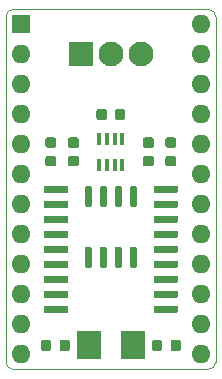
<source format=gbr>
%TF.GenerationSoftware,KiCad,Pcbnew,5.1.5+dfsg1-2~bpo10+1*%
%TF.CreationDate,Date%
%TF.ProjectId,ProMicro_BUS,50726f4d-6963-4726-9f5f-4255532e6b69,v1.2*%
%TF.SameCoordinates,Original*%
%TF.FileFunction,Soldermask,Top*%
%TF.FilePolarity,Negative*%
%FSLAX45Y45*%
G04 Gerber Fmt 4.5, Leading zero omitted, Abs format (unit mm)*
G04 Created by KiCad*
%MOMM*%
%LPD*%
G04 APERTURE LIST*
%ADD10C,0.100000*%
%ADD11O,1.600000X1.600000*%
%ADD12R,1.600000X1.600000*%
%ADD13C,0.150000*%
%ADD14R,2.000000X2.400000*%
%ADD15R,0.400000X1.060000*%
%ADD16C,2.100000*%
%ADD17R,2.100000X2.100000*%
G04 APERTURE END LIST*
D10*
X1651000Y63500D02*
X1651000Y-2857500D01*
X-127000Y-2857500D02*
X-127000Y63500D01*
X-63500Y-2921000D02*
G75*
G02X-127000Y-2857500I0J63500D01*
G01*
X1651000Y-2857500D02*
G75*
G02X1587500Y-2921000I-63500J0D01*
G01*
X1587500Y127000D02*
G75*
G02X1651000Y63500I0J-63500D01*
G01*
X-127000Y63500D02*
G75*
G02X-63500Y127000I63500J0D01*
G01*
X1587500Y-2921000D02*
X-63500Y-2921000D01*
X-63500Y127000D02*
X1587500Y127000D01*
D11*
X1524000Y0D03*
X1524000Y-254000D03*
X1524000Y-508000D03*
X0Y-2794000D03*
X1524000Y-762000D03*
X0Y-2540000D03*
X1524000Y-1016000D03*
X0Y-2286000D03*
X1524000Y-1270000D03*
X0Y-2032000D03*
X1524000Y-1524000D03*
X0Y-1778000D03*
X1524000Y-1778000D03*
X0Y-1524000D03*
X1524000Y-2032000D03*
X0Y-1270000D03*
X1524000Y-2286000D03*
X0Y-1016000D03*
X1524000Y-2540000D03*
X0Y-762000D03*
X1524000Y-2794000D03*
X0Y-508000D03*
X0Y-254000D03*
D12*
X0Y0D03*
D13*
G36*
X587970Y-1369572D02*
G01*
X589426Y-1369788D01*
X590854Y-1370146D01*
X592240Y-1370642D01*
X593571Y-1371271D01*
X594834Y-1372028D01*
X596016Y-1372905D01*
X597107Y-1373893D01*
X598095Y-1374984D01*
X598972Y-1376166D01*
X599729Y-1377429D01*
X600358Y-1378760D01*
X600854Y-1380146D01*
X601212Y-1381574D01*
X601428Y-1383030D01*
X601500Y-1384500D01*
X601500Y-1529500D01*
X601428Y-1530970D01*
X601212Y-1532426D01*
X600854Y-1533854D01*
X600358Y-1535240D01*
X599729Y-1536571D01*
X598972Y-1537834D01*
X598095Y-1539016D01*
X597107Y-1540107D01*
X596016Y-1541095D01*
X594834Y-1541972D01*
X593571Y-1542729D01*
X592240Y-1543358D01*
X590854Y-1543854D01*
X589426Y-1544212D01*
X587970Y-1544428D01*
X586500Y-1544500D01*
X556500Y-1544500D01*
X555030Y-1544428D01*
X553574Y-1544212D01*
X552146Y-1543854D01*
X550760Y-1543358D01*
X549429Y-1542729D01*
X548166Y-1541972D01*
X546984Y-1541095D01*
X545893Y-1540107D01*
X544905Y-1539016D01*
X544028Y-1537834D01*
X543271Y-1536571D01*
X542642Y-1535240D01*
X542146Y-1533854D01*
X541788Y-1532426D01*
X541572Y-1530970D01*
X541500Y-1529500D01*
X541500Y-1384500D01*
X541572Y-1383030D01*
X541788Y-1381574D01*
X542146Y-1380146D01*
X542642Y-1378760D01*
X543271Y-1377429D01*
X544028Y-1376166D01*
X544905Y-1374984D01*
X545893Y-1373893D01*
X546984Y-1372905D01*
X548166Y-1372028D01*
X549429Y-1371271D01*
X550760Y-1370642D01*
X552146Y-1370146D01*
X553574Y-1369788D01*
X555030Y-1369572D01*
X556500Y-1369500D01*
X586500Y-1369500D01*
X587970Y-1369572D01*
G37*
G36*
X714970Y-1369572D02*
G01*
X716426Y-1369788D01*
X717854Y-1370146D01*
X719240Y-1370642D01*
X720571Y-1371271D01*
X721834Y-1372028D01*
X723016Y-1372905D01*
X724107Y-1373893D01*
X725095Y-1374984D01*
X725972Y-1376166D01*
X726729Y-1377429D01*
X727358Y-1378760D01*
X727854Y-1380146D01*
X728212Y-1381574D01*
X728428Y-1383030D01*
X728500Y-1384500D01*
X728500Y-1529500D01*
X728428Y-1530970D01*
X728212Y-1532426D01*
X727854Y-1533854D01*
X727358Y-1535240D01*
X726729Y-1536571D01*
X725972Y-1537834D01*
X725095Y-1539016D01*
X724107Y-1540107D01*
X723016Y-1541095D01*
X721834Y-1541972D01*
X720571Y-1542729D01*
X719240Y-1543358D01*
X717854Y-1543854D01*
X716426Y-1544212D01*
X714970Y-1544428D01*
X713500Y-1544500D01*
X683500Y-1544500D01*
X682030Y-1544428D01*
X680574Y-1544212D01*
X679146Y-1543854D01*
X677760Y-1543358D01*
X676429Y-1542729D01*
X675166Y-1541972D01*
X673984Y-1541095D01*
X672893Y-1540107D01*
X671905Y-1539016D01*
X671028Y-1537834D01*
X670271Y-1536571D01*
X669642Y-1535240D01*
X669146Y-1533854D01*
X668788Y-1532426D01*
X668572Y-1530970D01*
X668500Y-1529500D01*
X668500Y-1384500D01*
X668572Y-1383030D01*
X668788Y-1381574D01*
X669146Y-1380146D01*
X669642Y-1378760D01*
X670271Y-1377429D01*
X671028Y-1376166D01*
X671905Y-1374984D01*
X672893Y-1373893D01*
X673984Y-1372905D01*
X675166Y-1372028D01*
X676429Y-1371271D01*
X677760Y-1370642D01*
X679146Y-1370146D01*
X680574Y-1369788D01*
X682030Y-1369572D01*
X683500Y-1369500D01*
X713500Y-1369500D01*
X714970Y-1369572D01*
G37*
G36*
X841970Y-1369572D02*
G01*
X843426Y-1369788D01*
X844854Y-1370146D01*
X846240Y-1370642D01*
X847571Y-1371271D01*
X848834Y-1372028D01*
X850016Y-1372905D01*
X851107Y-1373893D01*
X852095Y-1374984D01*
X852972Y-1376166D01*
X853729Y-1377429D01*
X854358Y-1378760D01*
X854854Y-1380146D01*
X855212Y-1381574D01*
X855428Y-1383030D01*
X855500Y-1384500D01*
X855500Y-1529500D01*
X855428Y-1530970D01*
X855212Y-1532426D01*
X854854Y-1533854D01*
X854358Y-1535240D01*
X853729Y-1536571D01*
X852972Y-1537834D01*
X852095Y-1539016D01*
X851107Y-1540107D01*
X850016Y-1541095D01*
X848834Y-1541972D01*
X847571Y-1542729D01*
X846240Y-1543358D01*
X844854Y-1543854D01*
X843426Y-1544212D01*
X841970Y-1544428D01*
X840500Y-1544500D01*
X810500Y-1544500D01*
X809030Y-1544428D01*
X807574Y-1544212D01*
X806146Y-1543854D01*
X804760Y-1543358D01*
X803429Y-1542729D01*
X802166Y-1541972D01*
X800984Y-1541095D01*
X799893Y-1540107D01*
X798905Y-1539016D01*
X798028Y-1537834D01*
X797271Y-1536571D01*
X796642Y-1535240D01*
X796146Y-1533854D01*
X795788Y-1532426D01*
X795572Y-1530970D01*
X795500Y-1529500D01*
X795500Y-1384500D01*
X795572Y-1383030D01*
X795788Y-1381574D01*
X796146Y-1380146D01*
X796642Y-1378760D01*
X797271Y-1377429D01*
X798028Y-1376166D01*
X798905Y-1374984D01*
X799893Y-1373893D01*
X800984Y-1372905D01*
X802166Y-1372028D01*
X803429Y-1371271D01*
X804760Y-1370642D01*
X806146Y-1370146D01*
X807574Y-1369788D01*
X809030Y-1369572D01*
X810500Y-1369500D01*
X840500Y-1369500D01*
X841970Y-1369572D01*
G37*
G36*
X968970Y-1369572D02*
G01*
X970426Y-1369788D01*
X971854Y-1370146D01*
X973240Y-1370642D01*
X974571Y-1371271D01*
X975834Y-1372028D01*
X977016Y-1372905D01*
X978107Y-1373893D01*
X979095Y-1374984D01*
X979972Y-1376166D01*
X980729Y-1377429D01*
X981358Y-1378760D01*
X981854Y-1380146D01*
X982212Y-1381574D01*
X982428Y-1383030D01*
X982500Y-1384500D01*
X982500Y-1529500D01*
X982428Y-1530970D01*
X982212Y-1532426D01*
X981854Y-1533854D01*
X981358Y-1535240D01*
X980729Y-1536571D01*
X979972Y-1537834D01*
X979095Y-1539016D01*
X978107Y-1540107D01*
X977016Y-1541095D01*
X975834Y-1541972D01*
X974571Y-1542729D01*
X973240Y-1543358D01*
X971854Y-1543854D01*
X970426Y-1544212D01*
X968970Y-1544428D01*
X967500Y-1544500D01*
X937500Y-1544500D01*
X936030Y-1544428D01*
X934574Y-1544212D01*
X933146Y-1543854D01*
X931760Y-1543358D01*
X930429Y-1542729D01*
X929166Y-1541972D01*
X927984Y-1541095D01*
X926893Y-1540107D01*
X925905Y-1539016D01*
X925028Y-1537834D01*
X924271Y-1536571D01*
X923642Y-1535240D01*
X923146Y-1533854D01*
X922788Y-1532426D01*
X922572Y-1530970D01*
X922500Y-1529500D01*
X922500Y-1384500D01*
X922572Y-1383030D01*
X922788Y-1381574D01*
X923146Y-1380146D01*
X923642Y-1378760D01*
X924271Y-1377429D01*
X925028Y-1376166D01*
X925905Y-1374984D01*
X926893Y-1373893D01*
X927984Y-1372905D01*
X929166Y-1372028D01*
X930429Y-1371271D01*
X931760Y-1370642D01*
X933146Y-1370146D01*
X934574Y-1369788D01*
X936030Y-1369572D01*
X937500Y-1369500D01*
X967500Y-1369500D01*
X968970Y-1369572D01*
G37*
G36*
X968970Y-1884572D02*
G01*
X970426Y-1884788D01*
X971854Y-1885146D01*
X973240Y-1885642D01*
X974571Y-1886271D01*
X975834Y-1887028D01*
X977016Y-1887905D01*
X978107Y-1888893D01*
X979095Y-1889984D01*
X979972Y-1891166D01*
X980729Y-1892429D01*
X981358Y-1893760D01*
X981854Y-1895146D01*
X982212Y-1896574D01*
X982428Y-1898030D01*
X982500Y-1899500D01*
X982500Y-2044500D01*
X982428Y-2045970D01*
X982212Y-2047426D01*
X981854Y-2048854D01*
X981358Y-2050240D01*
X980729Y-2051571D01*
X979972Y-2052834D01*
X979095Y-2054016D01*
X978107Y-2055107D01*
X977016Y-2056095D01*
X975834Y-2056972D01*
X974571Y-2057729D01*
X973240Y-2058358D01*
X971854Y-2058854D01*
X970426Y-2059212D01*
X968970Y-2059428D01*
X967500Y-2059500D01*
X937500Y-2059500D01*
X936030Y-2059428D01*
X934574Y-2059212D01*
X933146Y-2058854D01*
X931760Y-2058358D01*
X930429Y-2057729D01*
X929166Y-2056972D01*
X927984Y-2056095D01*
X926893Y-2055107D01*
X925905Y-2054016D01*
X925028Y-2052834D01*
X924271Y-2051571D01*
X923642Y-2050240D01*
X923146Y-2048854D01*
X922788Y-2047426D01*
X922572Y-2045970D01*
X922500Y-2044500D01*
X922500Y-1899500D01*
X922572Y-1898030D01*
X922788Y-1896574D01*
X923146Y-1895146D01*
X923642Y-1893760D01*
X924271Y-1892429D01*
X925028Y-1891166D01*
X925905Y-1889984D01*
X926893Y-1888893D01*
X927984Y-1887905D01*
X929166Y-1887028D01*
X930429Y-1886271D01*
X931760Y-1885642D01*
X933146Y-1885146D01*
X934574Y-1884788D01*
X936030Y-1884572D01*
X937500Y-1884500D01*
X967500Y-1884500D01*
X968970Y-1884572D01*
G37*
G36*
X841970Y-1884572D02*
G01*
X843426Y-1884788D01*
X844854Y-1885146D01*
X846240Y-1885642D01*
X847571Y-1886271D01*
X848834Y-1887028D01*
X850016Y-1887905D01*
X851107Y-1888893D01*
X852095Y-1889984D01*
X852972Y-1891166D01*
X853729Y-1892429D01*
X854358Y-1893760D01*
X854854Y-1895146D01*
X855212Y-1896574D01*
X855428Y-1898030D01*
X855500Y-1899500D01*
X855500Y-2044500D01*
X855428Y-2045970D01*
X855212Y-2047426D01*
X854854Y-2048854D01*
X854358Y-2050240D01*
X853729Y-2051571D01*
X852972Y-2052834D01*
X852095Y-2054016D01*
X851107Y-2055107D01*
X850016Y-2056095D01*
X848834Y-2056972D01*
X847571Y-2057729D01*
X846240Y-2058358D01*
X844854Y-2058854D01*
X843426Y-2059212D01*
X841970Y-2059428D01*
X840500Y-2059500D01*
X810500Y-2059500D01*
X809030Y-2059428D01*
X807574Y-2059212D01*
X806146Y-2058854D01*
X804760Y-2058358D01*
X803429Y-2057729D01*
X802166Y-2056972D01*
X800984Y-2056095D01*
X799893Y-2055107D01*
X798905Y-2054016D01*
X798028Y-2052834D01*
X797271Y-2051571D01*
X796642Y-2050240D01*
X796146Y-2048854D01*
X795788Y-2047426D01*
X795572Y-2045970D01*
X795500Y-2044500D01*
X795500Y-1899500D01*
X795572Y-1898030D01*
X795788Y-1896574D01*
X796146Y-1895146D01*
X796642Y-1893760D01*
X797271Y-1892429D01*
X798028Y-1891166D01*
X798905Y-1889984D01*
X799893Y-1888893D01*
X800984Y-1887905D01*
X802166Y-1887028D01*
X803429Y-1886271D01*
X804760Y-1885642D01*
X806146Y-1885146D01*
X807574Y-1884788D01*
X809030Y-1884572D01*
X810500Y-1884500D01*
X840500Y-1884500D01*
X841970Y-1884572D01*
G37*
G36*
X714970Y-1884572D02*
G01*
X716426Y-1884788D01*
X717854Y-1885146D01*
X719240Y-1885642D01*
X720571Y-1886271D01*
X721834Y-1887028D01*
X723016Y-1887905D01*
X724107Y-1888893D01*
X725095Y-1889984D01*
X725972Y-1891166D01*
X726729Y-1892429D01*
X727358Y-1893760D01*
X727854Y-1895146D01*
X728212Y-1896574D01*
X728428Y-1898030D01*
X728500Y-1899500D01*
X728500Y-2044500D01*
X728428Y-2045970D01*
X728212Y-2047426D01*
X727854Y-2048854D01*
X727358Y-2050240D01*
X726729Y-2051571D01*
X725972Y-2052834D01*
X725095Y-2054016D01*
X724107Y-2055107D01*
X723016Y-2056095D01*
X721834Y-2056972D01*
X720571Y-2057729D01*
X719240Y-2058358D01*
X717854Y-2058854D01*
X716426Y-2059212D01*
X714970Y-2059428D01*
X713500Y-2059500D01*
X683500Y-2059500D01*
X682030Y-2059428D01*
X680574Y-2059212D01*
X679146Y-2058854D01*
X677760Y-2058358D01*
X676429Y-2057729D01*
X675166Y-2056972D01*
X673984Y-2056095D01*
X672893Y-2055107D01*
X671905Y-2054016D01*
X671028Y-2052834D01*
X670271Y-2051571D01*
X669642Y-2050240D01*
X669146Y-2048854D01*
X668788Y-2047426D01*
X668572Y-2045970D01*
X668500Y-2044500D01*
X668500Y-1899500D01*
X668572Y-1898030D01*
X668788Y-1896574D01*
X669146Y-1895146D01*
X669642Y-1893760D01*
X670271Y-1892429D01*
X671028Y-1891166D01*
X671905Y-1889984D01*
X672893Y-1888893D01*
X673984Y-1887905D01*
X675166Y-1887028D01*
X676429Y-1886271D01*
X677760Y-1885642D01*
X679146Y-1885146D01*
X680574Y-1884788D01*
X682030Y-1884572D01*
X683500Y-1884500D01*
X713500Y-1884500D01*
X714970Y-1884572D01*
G37*
G36*
X587970Y-1884572D02*
G01*
X589426Y-1884788D01*
X590854Y-1885146D01*
X592240Y-1885642D01*
X593571Y-1886271D01*
X594834Y-1887028D01*
X596016Y-1887905D01*
X597107Y-1888893D01*
X598095Y-1889984D01*
X598972Y-1891166D01*
X599729Y-1892429D01*
X600358Y-1893760D01*
X600854Y-1895146D01*
X601212Y-1896574D01*
X601428Y-1898030D01*
X601500Y-1899500D01*
X601500Y-2044500D01*
X601428Y-2045970D01*
X601212Y-2047426D01*
X600854Y-2048854D01*
X600358Y-2050240D01*
X599729Y-2051571D01*
X598972Y-2052834D01*
X598095Y-2054016D01*
X597107Y-2055107D01*
X596016Y-2056095D01*
X594834Y-2056972D01*
X593571Y-2057729D01*
X592240Y-2058358D01*
X590854Y-2058854D01*
X589426Y-2059212D01*
X587970Y-2059428D01*
X586500Y-2059500D01*
X556500Y-2059500D01*
X555030Y-2059428D01*
X553574Y-2059212D01*
X552146Y-2058854D01*
X550760Y-2058358D01*
X549429Y-2057729D01*
X548166Y-2056972D01*
X546984Y-2056095D01*
X545893Y-2055107D01*
X544905Y-2054016D01*
X544028Y-2052834D01*
X543271Y-2051571D01*
X542642Y-2050240D01*
X542146Y-2048854D01*
X541788Y-2047426D01*
X541572Y-2045970D01*
X541500Y-2044500D01*
X541500Y-1899500D01*
X541572Y-1898030D01*
X541788Y-1896574D01*
X542146Y-1895146D01*
X542642Y-1893760D01*
X543271Y-1892429D01*
X544028Y-1891166D01*
X544905Y-1889984D01*
X545893Y-1888893D01*
X546984Y-1887905D01*
X548166Y-1887028D01*
X549429Y-1886271D01*
X550760Y-1885642D01*
X552146Y-1885146D01*
X553574Y-1884788D01*
X555030Y-1884572D01*
X556500Y-1884500D01*
X586500Y-1884500D01*
X587970Y-1884572D01*
G37*
G36*
X1297769Y-957105D02*
G01*
X1299893Y-957420D01*
X1301975Y-957942D01*
X1303996Y-958665D01*
X1305937Y-959583D01*
X1307778Y-960687D01*
X1309502Y-961965D01*
X1311093Y-963407D01*
X1312535Y-964998D01*
X1313813Y-966722D01*
X1314917Y-968563D01*
X1315835Y-970504D01*
X1316558Y-972525D01*
X1317080Y-974607D01*
X1317395Y-976731D01*
X1317500Y-978875D01*
X1317500Y-1022625D01*
X1317395Y-1024769D01*
X1317080Y-1026893D01*
X1316558Y-1028975D01*
X1315835Y-1030996D01*
X1314917Y-1032937D01*
X1313813Y-1034778D01*
X1312535Y-1036502D01*
X1311093Y-1038093D01*
X1309502Y-1039535D01*
X1307778Y-1040813D01*
X1305937Y-1041917D01*
X1303996Y-1042835D01*
X1301975Y-1043558D01*
X1299893Y-1044080D01*
X1297769Y-1044395D01*
X1295625Y-1044500D01*
X1244375Y-1044500D01*
X1242231Y-1044395D01*
X1240107Y-1044080D01*
X1238025Y-1043558D01*
X1236004Y-1042835D01*
X1234063Y-1041917D01*
X1232222Y-1040813D01*
X1230498Y-1039535D01*
X1228907Y-1038093D01*
X1227465Y-1036502D01*
X1226187Y-1034778D01*
X1225083Y-1032937D01*
X1224165Y-1030996D01*
X1223442Y-1028975D01*
X1222920Y-1026893D01*
X1222605Y-1024769D01*
X1222500Y-1022625D01*
X1222500Y-978875D01*
X1222605Y-976731D01*
X1222920Y-974607D01*
X1223442Y-972525D01*
X1224165Y-970504D01*
X1225083Y-968563D01*
X1226187Y-966722D01*
X1227465Y-964998D01*
X1228907Y-963407D01*
X1230498Y-961965D01*
X1232222Y-960687D01*
X1234063Y-959583D01*
X1236004Y-958665D01*
X1238025Y-957942D01*
X1240107Y-957420D01*
X1242231Y-957105D01*
X1244375Y-957000D01*
X1295625Y-957000D01*
X1297769Y-957105D01*
G37*
G36*
X1297769Y-1114605D02*
G01*
X1299893Y-1114920D01*
X1301975Y-1115442D01*
X1303996Y-1116165D01*
X1305937Y-1117083D01*
X1307778Y-1118187D01*
X1309502Y-1119465D01*
X1311093Y-1120907D01*
X1312535Y-1122498D01*
X1313813Y-1124222D01*
X1314917Y-1126063D01*
X1315835Y-1128004D01*
X1316558Y-1130025D01*
X1317080Y-1132107D01*
X1317395Y-1134231D01*
X1317500Y-1136375D01*
X1317500Y-1180125D01*
X1317395Y-1182269D01*
X1317080Y-1184393D01*
X1316558Y-1186475D01*
X1315835Y-1188496D01*
X1314917Y-1190437D01*
X1313813Y-1192278D01*
X1312535Y-1194002D01*
X1311093Y-1195593D01*
X1309502Y-1197035D01*
X1307778Y-1198313D01*
X1305937Y-1199417D01*
X1303996Y-1200335D01*
X1301975Y-1201058D01*
X1299893Y-1201580D01*
X1297769Y-1201895D01*
X1295625Y-1202000D01*
X1244375Y-1202000D01*
X1242231Y-1201895D01*
X1240107Y-1201580D01*
X1238025Y-1201058D01*
X1236004Y-1200335D01*
X1234063Y-1199417D01*
X1232222Y-1198313D01*
X1230498Y-1197035D01*
X1228907Y-1195593D01*
X1227465Y-1194002D01*
X1226187Y-1192278D01*
X1225083Y-1190437D01*
X1224165Y-1188496D01*
X1223442Y-1186475D01*
X1222920Y-1184393D01*
X1222605Y-1182269D01*
X1222500Y-1180125D01*
X1222500Y-1136375D01*
X1222605Y-1134231D01*
X1222920Y-1132107D01*
X1223442Y-1130025D01*
X1224165Y-1128004D01*
X1225083Y-1126063D01*
X1226187Y-1124222D01*
X1227465Y-1122498D01*
X1228907Y-1120907D01*
X1230498Y-1119465D01*
X1232222Y-1118187D01*
X1234063Y-1117083D01*
X1236004Y-1116165D01*
X1238025Y-1115442D01*
X1240107Y-1114920D01*
X1242231Y-1114605D01*
X1244375Y-1114500D01*
X1295625Y-1114500D01*
X1297769Y-1114605D01*
G37*
G36*
X1107269Y-957105D02*
G01*
X1109393Y-957420D01*
X1111475Y-957942D01*
X1113496Y-958665D01*
X1115437Y-959583D01*
X1117278Y-960687D01*
X1119002Y-961965D01*
X1120593Y-963407D01*
X1122035Y-964998D01*
X1123313Y-966722D01*
X1124417Y-968563D01*
X1125335Y-970504D01*
X1126058Y-972525D01*
X1126580Y-974607D01*
X1126895Y-976731D01*
X1127000Y-978875D01*
X1127000Y-1022625D01*
X1126895Y-1024769D01*
X1126580Y-1026893D01*
X1126058Y-1028975D01*
X1125335Y-1030996D01*
X1124417Y-1032937D01*
X1123313Y-1034778D01*
X1122035Y-1036502D01*
X1120593Y-1038093D01*
X1119002Y-1039535D01*
X1117278Y-1040813D01*
X1115437Y-1041917D01*
X1113496Y-1042835D01*
X1111475Y-1043558D01*
X1109393Y-1044080D01*
X1107269Y-1044395D01*
X1105125Y-1044500D01*
X1053875Y-1044500D01*
X1051731Y-1044395D01*
X1049607Y-1044080D01*
X1047525Y-1043558D01*
X1045504Y-1042835D01*
X1043563Y-1041917D01*
X1041722Y-1040813D01*
X1039998Y-1039535D01*
X1038407Y-1038093D01*
X1036965Y-1036502D01*
X1035687Y-1034778D01*
X1034583Y-1032937D01*
X1033665Y-1030996D01*
X1032942Y-1028975D01*
X1032420Y-1026893D01*
X1032105Y-1024769D01*
X1032000Y-1022625D01*
X1032000Y-978875D01*
X1032105Y-976731D01*
X1032420Y-974607D01*
X1032942Y-972525D01*
X1033665Y-970504D01*
X1034583Y-968563D01*
X1035687Y-966722D01*
X1036965Y-964998D01*
X1038407Y-963407D01*
X1039998Y-961965D01*
X1041722Y-960687D01*
X1043563Y-959583D01*
X1045504Y-958665D01*
X1047525Y-957942D01*
X1049607Y-957420D01*
X1051731Y-957105D01*
X1053875Y-957000D01*
X1105125Y-957000D01*
X1107269Y-957105D01*
G37*
G36*
X1107269Y-1114605D02*
G01*
X1109393Y-1114920D01*
X1111475Y-1115442D01*
X1113496Y-1116165D01*
X1115437Y-1117083D01*
X1117278Y-1118187D01*
X1119002Y-1119465D01*
X1120593Y-1120907D01*
X1122035Y-1122498D01*
X1123313Y-1124222D01*
X1124417Y-1126063D01*
X1125335Y-1128004D01*
X1126058Y-1130025D01*
X1126580Y-1132107D01*
X1126895Y-1134231D01*
X1127000Y-1136375D01*
X1127000Y-1180125D01*
X1126895Y-1182269D01*
X1126580Y-1184393D01*
X1126058Y-1186475D01*
X1125335Y-1188496D01*
X1124417Y-1190437D01*
X1123313Y-1192278D01*
X1122035Y-1194002D01*
X1120593Y-1195593D01*
X1119002Y-1197035D01*
X1117278Y-1198313D01*
X1115437Y-1199417D01*
X1113496Y-1200335D01*
X1111475Y-1201058D01*
X1109393Y-1201580D01*
X1107269Y-1201895D01*
X1105125Y-1202000D01*
X1053875Y-1202000D01*
X1051731Y-1201895D01*
X1049607Y-1201580D01*
X1047525Y-1201058D01*
X1045504Y-1200335D01*
X1043563Y-1199417D01*
X1041722Y-1198313D01*
X1039998Y-1197035D01*
X1038407Y-1195593D01*
X1036965Y-1194002D01*
X1035687Y-1192278D01*
X1034583Y-1190437D01*
X1033665Y-1188496D01*
X1032942Y-1186475D01*
X1032420Y-1184393D01*
X1032105Y-1182269D01*
X1032000Y-1180125D01*
X1032000Y-1136375D01*
X1032105Y-1134231D01*
X1032420Y-1132107D01*
X1032942Y-1130025D01*
X1033665Y-1128004D01*
X1034583Y-1126063D01*
X1035687Y-1124222D01*
X1036965Y-1122498D01*
X1038407Y-1120907D01*
X1039998Y-1119465D01*
X1041722Y-1118187D01*
X1043563Y-1117083D01*
X1045504Y-1116165D01*
X1047525Y-1115442D01*
X1049607Y-1114920D01*
X1051731Y-1114605D01*
X1053875Y-1114500D01*
X1105125Y-1114500D01*
X1107269Y-1114605D01*
G37*
G36*
X281769Y-957105D02*
G01*
X283893Y-957420D01*
X285975Y-957942D01*
X287996Y-958665D01*
X289937Y-959583D01*
X291778Y-960687D01*
X293502Y-961965D01*
X295093Y-963407D01*
X296535Y-964998D01*
X297813Y-966722D01*
X298917Y-968563D01*
X299835Y-970504D01*
X300558Y-972525D01*
X301080Y-974607D01*
X301395Y-976731D01*
X301500Y-978875D01*
X301500Y-1022625D01*
X301395Y-1024769D01*
X301080Y-1026893D01*
X300558Y-1028975D01*
X299835Y-1030996D01*
X298917Y-1032937D01*
X297813Y-1034778D01*
X296535Y-1036502D01*
X295093Y-1038093D01*
X293502Y-1039535D01*
X291778Y-1040813D01*
X289937Y-1041917D01*
X287996Y-1042835D01*
X285975Y-1043558D01*
X283893Y-1044080D01*
X281769Y-1044395D01*
X279625Y-1044500D01*
X228375Y-1044500D01*
X226231Y-1044395D01*
X224107Y-1044080D01*
X222025Y-1043558D01*
X220004Y-1042835D01*
X218063Y-1041917D01*
X216222Y-1040813D01*
X214498Y-1039535D01*
X212907Y-1038093D01*
X211465Y-1036502D01*
X210187Y-1034778D01*
X209083Y-1032937D01*
X208165Y-1030996D01*
X207442Y-1028975D01*
X206920Y-1026893D01*
X206605Y-1024769D01*
X206500Y-1022625D01*
X206500Y-978875D01*
X206605Y-976731D01*
X206920Y-974607D01*
X207442Y-972525D01*
X208165Y-970504D01*
X209083Y-968563D01*
X210187Y-966722D01*
X211465Y-964998D01*
X212907Y-963407D01*
X214498Y-961965D01*
X216222Y-960687D01*
X218063Y-959583D01*
X220004Y-958665D01*
X222025Y-957942D01*
X224107Y-957420D01*
X226231Y-957105D01*
X228375Y-957000D01*
X279625Y-957000D01*
X281769Y-957105D01*
G37*
G36*
X281769Y-1114605D02*
G01*
X283893Y-1114920D01*
X285975Y-1115442D01*
X287996Y-1116165D01*
X289937Y-1117083D01*
X291778Y-1118187D01*
X293502Y-1119465D01*
X295093Y-1120907D01*
X296535Y-1122498D01*
X297813Y-1124222D01*
X298917Y-1126063D01*
X299835Y-1128004D01*
X300558Y-1130025D01*
X301080Y-1132107D01*
X301395Y-1134231D01*
X301500Y-1136375D01*
X301500Y-1180125D01*
X301395Y-1182269D01*
X301080Y-1184393D01*
X300558Y-1186475D01*
X299835Y-1188496D01*
X298917Y-1190437D01*
X297813Y-1192278D01*
X296535Y-1194002D01*
X295093Y-1195593D01*
X293502Y-1197035D01*
X291778Y-1198313D01*
X289937Y-1199417D01*
X287996Y-1200335D01*
X285975Y-1201058D01*
X283893Y-1201580D01*
X281769Y-1201895D01*
X279625Y-1202000D01*
X228375Y-1202000D01*
X226231Y-1201895D01*
X224107Y-1201580D01*
X222025Y-1201058D01*
X220004Y-1200335D01*
X218063Y-1199417D01*
X216222Y-1198313D01*
X214498Y-1197035D01*
X212907Y-1195593D01*
X211465Y-1194002D01*
X210187Y-1192278D01*
X209083Y-1190437D01*
X208165Y-1188496D01*
X207442Y-1186475D01*
X206920Y-1184393D01*
X206605Y-1182269D01*
X206500Y-1180125D01*
X206500Y-1136375D01*
X206605Y-1134231D01*
X206920Y-1132107D01*
X207442Y-1130025D01*
X208165Y-1128004D01*
X209083Y-1126063D01*
X210187Y-1124222D01*
X211465Y-1122498D01*
X212907Y-1120907D01*
X214498Y-1119465D01*
X216222Y-1118187D01*
X218063Y-1117083D01*
X220004Y-1116165D01*
X222025Y-1115442D01*
X224107Y-1114920D01*
X226231Y-1114605D01*
X228375Y-1114500D01*
X279625Y-1114500D01*
X281769Y-1114605D01*
G37*
D14*
X947000Y-2717800D03*
X577000Y-2717800D03*
D13*
G36*
X237369Y-2670405D02*
G01*
X239493Y-2670720D01*
X241575Y-2671242D01*
X243596Y-2671965D01*
X245537Y-2672883D01*
X247378Y-2673987D01*
X249102Y-2675265D01*
X250693Y-2676707D01*
X252135Y-2678298D01*
X253413Y-2680022D01*
X254517Y-2681863D01*
X255435Y-2683804D01*
X256158Y-2685825D01*
X256680Y-2687907D01*
X256995Y-2690031D01*
X257100Y-2692175D01*
X257100Y-2743425D01*
X256995Y-2745569D01*
X256680Y-2747693D01*
X256158Y-2749775D01*
X255435Y-2751796D01*
X254517Y-2753737D01*
X253413Y-2755578D01*
X252135Y-2757302D01*
X250693Y-2758893D01*
X249102Y-2760335D01*
X247378Y-2761613D01*
X245537Y-2762717D01*
X243596Y-2763635D01*
X241575Y-2764358D01*
X239493Y-2764880D01*
X237369Y-2765195D01*
X235225Y-2765300D01*
X191475Y-2765300D01*
X189331Y-2765195D01*
X187207Y-2764880D01*
X185125Y-2764358D01*
X183104Y-2763635D01*
X181163Y-2762717D01*
X179322Y-2761613D01*
X177598Y-2760335D01*
X176007Y-2758893D01*
X174565Y-2757302D01*
X173287Y-2755578D01*
X172183Y-2753737D01*
X171265Y-2751796D01*
X170542Y-2749775D01*
X170020Y-2747693D01*
X169705Y-2745569D01*
X169600Y-2743425D01*
X169600Y-2692175D01*
X169705Y-2690031D01*
X170020Y-2687907D01*
X170542Y-2685825D01*
X171265Y-2683804D01*
X172183Y-2681863D01*
X173287Y-2680022D01*
X174565Y-2678298D01*
X176007Y-2676707D01*
X177598Y-2675265D01*
X179322Y-2673987D01*
X181163Y-2672883D01*
X183104Y-2671965D01*
X185125Y-2671242D01*
X187207Y-2670720D01*
X189331Y-2670405D01*
X191475Y-2670300D01*
X235225Y-2670300D01*
X237369Y-2670405D01*
G37*
G36*
X394869Y-2670405D02*
G01*
X396993Y-2670720D01*
X399075Y-2671242D01*
X401096Y-2671965D01*
X403037Y-2672883D01*
X404878Y-2673987D01*
X406602Y-2675265D01*
X408193Y-2676707D01*
X409635Y-2678298D01*
X410913Y-2680022D01*
X412017Y-2681863D01*
X412935Y-2683804D01*
X413658Y-2685825D01*
X414180Y-2687907D01*
X414495Y-2690031D01*
X414600Y-2692175D01*
X414600Y-2743425D01*
X414495Y-2745569D01*
X414180Y-2747693D01*
X413658Y-2749775D01*
X412935Y-2751796D01*
X412017Y-2753737D01*
X410913Y-2755578D01*
X409635Y-2757302D01*
X408193Y-2758893D01*
X406602Y-2760335D01*
X404878Y-2761613D01*
X403037Y-2762717D01*
X401096Y-2763635D01*
X399075Y-2764358D01*
X396993Y-2764880D01*
X394869Y-2765195D01*
X392725Y-2765300D01*
X348975Y-2765300D01*
X346831Y-2765195D01*
X344707Y-2764880D01*
X342625Y-2764358D01*
X340604Y-2763635D01*
X338663Y-2762717D01*
X336822Y-2761613D01*
X335098Y-2760335D01*
X333507Y-2758893D01*
X332065Y-2757302D01*
X330787Y-2755578D01*
X329683Y-2753737D01*
X328765Y-2751796D01*
X328042Y-2749775D01*
X327520Y-2747693D01*
X327205Y-2745569D01*
X327100Y-2743425D01*
X327100Y-2692175D01*
X327205Y-2690031D01*
X327520Y-2687907D01*
X328042Y-2685825D01*
X328765Y-2683804D01*
X329683Y-2681863D01*
X330787Y-2680022D01*
X332065Y-2678298D01*
X333507Y-2676707D01*
X335098Y-2675265D01*
X336822Y-2673987D01*
X338663Y-2672883D01*
X340604Y-2671965D01*
X342625Y-2671242D01*
X344707Y-2670720D01*
X346831Y-2670405D01*
X348975Y-2670300D01*
X392725Y-2670300D01*
X394869Y-2670405D01*
G37*
G36*
X1177169Y-2670405D02*
G01*
X1179293Y-2670720D01*
X1181375Y-2671242D01*
X1183396Y-2671965D01*
X1185337Y-2672883D01*
X1187178Y-2673987D01*
X1188902Y-2675265D01*
X1190493Y-2676707D01*
X1191935Y-2678298D01*
X1193213Y-2680022D01*
X1194317Y-2681863D01*
X1195235Y-2683804D01*
X1195958Y-2685825D01*
X1196480Y-2687907D01*
X1196795Y-2690031D01*
X1196900Y-2692175D01*
X1196900Y-2743425D01*
X1196795Y-2745569D01*
X1196480Y-2747693D01*
X1195958Y-2749775D01*
X1195235Y-2751796D01*
X1194317Y-2753737D01*
X1193213Y-2755578D01*
X1191935Y-2757302D01*
X1190493Y-2758893D01*
X1188902Y-2760335D01*
X1187178Y-2761613D01*
X1185337Y-2762717D01*
X1183396Y-2763635D01*
X1181375Y-2764358D01*
X1179293Y-2764880D01*
X1177169Y-2765195D01*
X1175025Y-2765300D01*
X1131275Y-2765300D01*
X1129131Y-2765195D01*
X1127007Y-2764880D01*
X1124925Y-2764358D01*
X1122904Y-2763635D01*
X1120963Y-2762717D01*
X1119122Y-2761613D01*
X1117398Y-2760335D01*
X1115807Y-2758893D01*
X1114365Y-2757302D01*
X1113087Y-2755578D01*
X1111983Y-2753737D01*
X1111065Y-2751796D01*
X1110342Y-2749775D01*
X1109820Y-2747693D01*
X1109505Y-2745569D01*
X1109400Y-2743425D01*
X1109400Y-2692175D01*
X1109505Y-2690031D01*
X1109820Y-2687907D01*
X1110342Y-2685825D01*
X1111065Y-2683804D01*
X1111983Y-2681863D01*
X1113087Y-2680022D01*
X1114365Y-2678298D01*
X1115807Y-2676707D01*
X1117398Y-2675265D01*
X1119122Y-2673987D01*
X1120963Y-2672883D01*
X1122904Y-2671965D01*
X1124925Y-2671242D01*
X1127007Y-2670720D01*
X1129131Y-2670405D01*
X1131275Y-2670300D01*
X1175025Y-2670300D01*
X1177169Y-2670405D01*
G37*
G36*
X1334669Y-2670405D02*
G01*
X1336793Y-2670720D01*
X1338875Y-2671242D01*
X1340896Y-2671965D01*
X1342837Y-2672883D01*
X1344678Y-2673987D01*
X1346402Y-2675265D01*
X1347993Y-2676707D01*
X1349435Y-2678298D01*
X1350713Y-2680022D01*
X1351817Y-2681863D01*
X1352735Y-2683804D01*
X1353458Y-2685825D01*
X1353980Y-2687907D01*
X1354295Y-2690031D01*
X1354400Y-2692175D01*
X1354400Y-2743425D01*
X1354295Y-2745569D01*
X1353980Y-2747693D01*
X1353458Y-2749775D01*
X1352735Y-2751796D01*
X1351817Y-2753737D01*
X1350713Y-2755578D01*
X1349435Y-2757302D01*
X1347993Y-2758893D01*
X1346402Y-2760335D01*
X1344678Y-2761613D01*
X1342837Y-2762717D01*
X1340896Y-2763635D01*
X1338875Y-2764358D01*
X1336793Y-2764880D01*
X1334669Y-2765195D01*
X1332525Y-2765300D01*
X1288775Y-2765300D01*
X1286631Y-2765195D01*
X1284507Y-2764880D01*
X1282425Y-2764358D01*
X1280404Y-2763635D01*
X1278463Y-2762717D01*
X1276622Y-2761613D01*
X1274898Y-2760335D01*
X1273307Y-2758893D01*
X1271865Y-2757302D01*
X1270587Y-2755578D01*
X1269483Y-2753737D01*
X1268565Y-2751796D01*
X1267842Y-2749775D01*
X1267320Y-2747693D01*
X1267005Y-2745569D01*
X1266900Y-2743425D01*
X1266900Y-2692175D01*
X1267005Y-2690031D01*
X1267320Y-2687907D01*
X1267842Y-2685825D01*
X1268565Y-2683804D01*
X1269483Y-2681863D01*
X1270587Y-2680022D01*
X1271865Y-2678298D01*
X1273307Y-2676707D01*
X1274898Y-2675265D01*
X1276622Y-2673987D01*
X1278463Y-2672883D01*
X1280404Y-2671965D01*
X1282425Y-2671242D01*
X1284507Y-2670720D01*
X1286631Y-2670405D01*
X1288775Y-2670300D01*
X1332525Y-2670300D01*
X1334669Y-2670405D01*
G37*
D15*
X664000Y-969500D03*
X729000Y-969500D03*
X795000Y-969500D03*
X860000Y-969500D03*
X860000Y-1189500D03*
X795000Y-1189500D03*
X729000Y-1189500D03*
X664000Y-1189500D03*
D13*
G36*
X1315970Y-1367072D02*
G01*
X1317426Y-1367288D01*
X1318854Y-1367646D01*
X1320240Y-1368142D01*
X1321571Y-1368771D01*
X1322834Y-1369528D01*
X1324016Y-1370405D01*
X1325107Y-1371393D01*
X1326095Y-1372484D01*
X1326972Y-1373666D01*
X1327729Y-1374929D01*
X1328358Y-1376260D01*
X1328854Y-1377646D01*
X1329212Y-1379074D01*
X1329428Y-1380530D01*
X1329500Y-1382000D01*
X1329500Y-1412000D01*
X1329428Y-1413470D01*
X1329212Y-1414926D01*
X1328854Y-1416354D01*
X1328358Y-1417740D01*
X1327729Y-1419071D01*
X1326972Y-1420334D01*
X1326095Y-1421516D01*
X1325107Y-1422607D01*
X1324016Y-1423595D01*
X1322834Y-1424472D01*
X1321571Y-1425229D01*
X1320240Y-1425858D01*
X1318854Y-1426354D01*
X1317426Y-1426712D01*
X1315970Y-1426928D01*
X1314500Y-1427000D01*
X1139500Y-1427000D01*
X1138030Y-1426928D01*
X1136574Y-1426712D01*
X1135146Y-1426354D01*
X1133760Y-1425858D01*
X1132429Y-1425229D01*
X1131166Y-1424472D01*
X1129984Y-1423595D01*
X1128893Y-1422607D01*
X1127905Y-1421516D01*
X1127028Y-1420334D01*
X1126271Y-1419071D01*
X1125642Y-1417740D01*
X1125146Y-1416354D01*
X1124788Y-1414926D01*
X1124572Y-1413470D01*
X1124500Y-1412000D01*
X1124500Y-1382000D01*
X1124572Y-1380530D01*
X1124788Y-1379074D01*
X1125146Y-1377646D01*
X1125642Y-1376260D01*
X1126271Y-1374929D01*
X1127028Y-1373666D01*
X1127905Y-1372484D01*
X1128893Y-1371393D01*
X1129984Y-1370405D01*
X1131166Y-1369528D01*
X1132429Y-1368771D01*
X1133760Y-1368142D01*
X1135146Y-1367646D01*
X1136574Y-1367288D01*
X1138030Y-1367072D01*
X1139500Y-1367000D01*
X1314500Y-1367000D01*
X1315970Y-1367072D01*
G37*
G36*
X1315970Y-1494072D02*
G01*
X1317426Y-1494288D01*
X1318854Y-1494646D01*
X1320240Y-1495142D01*
X1321571Y-1495771D01*
X1322834Y-1496528D01*
X1324016Y-1497405D01*
X1325107Y-1498393D01*
X1326095Y-1499484D01*
X1326972Y-1500666D01*
X1327729Y-1501929D01*
X1328358Y-1503260D01*
X1328854Y-1504646D01*
X1329212Y-1506074D01*
X1329428Y-1507530D01*
X1329500Y-1509000D01*
X1329500Y-1539000D01*
X1329428Y-1540470D01*
X1329212Y-1541926D01*
X1328854Y-1543354D01*
X1328358Y-1544740D01*
X1327729Y-1546071D01*
X1326972Y-1547334D01*
X1326095Y-1548516D01*
X1325107Y-1549607D01*
X1324016Y-1550595D01*
X1322834Y-1551472D01*
X1321571Y-1552229D01*
X1320240Y-1552858D01*
X1318854Y-1553354D01*
X1317426Y-1553712D01*
X1315970Y-1553928D01*
X1314500Y-1554000D01*
X1139500Y-1554000D01*
X1138030Y-1553928D01*
X1136574Y-1553712D01*
X1135146Y-1553354D01*
X1133760Y-1552858D01*
X1132429Y-1552229D01*
X1131166Y-1551472D01*
X1129984Y-1550595D01*
X1128893Y-1549607D01*
X1127905Y-1548516D01*
X1127028Y-1547334D01*
X1126271Y-1546071D01*
X1125642Y-1544740D01*
X1125146Y-1543354D01*
X1124788Y-1541926D01*
X1124572Y-1540470D01*
X1124500Y-1539000D01*
X1124500Y-1509000D01*
X1124572Y-1507530D01*
X1124788Y-1506074D01*
X1125146Y-1504646D01*
X1125642Y-1503260D01*
X1126271Y-1501929D01*
X1127028Y-1500666D01*
X1127905Y-1499484D01*
X1128893Y-1498393D01*
X1129984Y-1497405D01*
X1131166Y-1496528D01*
X1132429Y-1495771D01*
X1133760Y-1495142D01*
X1135146Y-1494646D01*
X1136574Y-1494288D01*
X1138030Y-1494072D01*
X1139500Y-1494000D01*
X1314500Y-1494000D01*
X1315970Y-1494072D01*
G37*
G36*
X1315970Y-1621072D02*
G01*
X1317426Y-1621288D01*
X1318854Y-1621646D01*
X1320240Y-1622142D01*
X1321571Y-1622771D01*
X1322834Y-1623528D01*
X1324016Y-1624405D01*
X1325107Y-1625393D01*
X1326095Y-1626484D01*
X1326972Y-1627666D01*
X1327729Y-1628929D01*
X1328358Y-1630260D01*
X1328854Y-1631646D01*
X1329212Y-1633074D01*
X1329428Y-1634530D01*
X1329500Y-1636000D01*
X1329500Y-1666000D01*
X1329428Y-1667470D01*
X1329212Y-1668926D01*
X1328854Y-1670354D01*
X1328358Y-1671740D01*
X1327729Y-1673071D01*
X1326972Y-1674334D01*
X1326095Y-1675516D01*
X1325107Y-1676607D01*
X1324016Y-1677595D01*
X1322834Y-1678472D01*
X1321571Y-1679229D01*
X1320240Y-1679858D01*
X1318854Y-1680354D01*
X1317426Y-1680712D01*
X1315970Y-1680928D01*
X1314500Y-1681000D01*
X1139500Y-1681000D01*
X1138030Y-1680928D01*
X1136574Y-1680712D01*
X1135146Y-1680354D01*
X1133760Y-1679858D01*
X1132429Y-1679229D01*
X1131166Y-1678472D01*
X1129984Y-1677595D01*
X1128893Y-1676607D01*
X1127905Y-1675516D01*
X1127028Y-1674334D01*
X1126271Y-1673071D01*
X1125642Y-1671740D01*
X1125146Y-1670354D01*
X1124788Y-1668926D01*
X1124572Y-1667470D01*
X1124500Y-1666000D01*
X1124500Y-1636000D01*
X1124572Y-1634530D01*
X1124788Y-1633074D01*
X1125146Y-1631646D01*
X1125642Y-1630260D01*
X1126271Y-1628929D01*
X1127028Y-1627666D01*
X1127905Y-1626484D01*
X1128893Y-1625393D01*
X1129984Y-1624405D01*
X1131166Y-1623528D01*
X1132429Y-1622771D01*
X1133760Y-1622142D01*
X1135146Y-1621646D01*
X1136574Y-1621288D01*
X1138030Y-1621072D01*
X1139500Y-1621000D01*
X1314500Y-1621000D01*
X1315970Y-1621072D01*
G37*
G36*
X1315970Y-1748072D02*
G01*
X1317426Y-1748288D01*
X1318854Y-1748646D01*
X1320240Y-1749142D01*
X1321571Y-1749771D01*
X1322834Y-1750528D01*
X1324016Y-1751405D01*
X1325107Y-1752393D01*
X1326095Y-1753484D01*
X1326972Y-1754666D01*
X1327729Y-1755929D01*
X1328358Y-1757260D01*
X1328854Y-1758646D01*
X1329212Y-1760074D01*
X1329428Y-1761530D01*
X1329500Y-1763000D01*
X1329500Y-1793000D01*
X1329428Y-1794470D01*
X1329212Y-1795926D01*
X1328854Y-1797354D01*
X1328358Y-1798740D01*
X1327729Y-1800071D01*
X1326972Y-1801334D01*
X1326095Y-1802516D01*
X1325107Y-1803607D01*
X1324016Y-1804595D01*
X1322834Y-1805472D01*
X1321571Y-1806229D01*
X1320240Y-1806858D01*
X1318854Y-1807354D01*
X1317426Y-1807712D01*
X1315970Y-1807928D01*
X1314500Y-1808000D01*
X1139500Y-1808000D01*
X1138030Y-1807928D01*
X1136574Y-1807712D01*
X1135146Y-1807354D01*
X1133760Y-1806858D01*
X1132429Y-1806229D01*
X1131166Y-1805472D01*
X1129984Y-1804595D01*
X1128893Y-1803607D01*
X1127905Y-1802516D01*
X1127028Y-1801334D01*
X1126271Y-1800071D01*
X1125642Y-1798740D01*
X1125146Y-1797354D01*
X1124788Y-1795926D01*
X1124572Y-1794470D01*
X1124500Y-1793000D01*
X1124500Y-1763000D01*
X1124572Y-1761530D01*
X1124788Y-1760074D01*
X1125146Y-1758646D01*
X1125642Y-1757260D01*
X1126271Y-1755929D01*
X1127028Y-1754666D01*
X1127905Y-1753484D01*
X1128893Y-1752393D01*
X1129984Y-1751405D01*
X1131166Y-1750528D01*
X1132429Y-1749771D01*
X1133760Y-1749142D01*
X1135146Y-1748646D01*
X1136574Y-1748288D01*
X1138030Y-1748072D01*
X1139500Y-1748000D01*
X1314500Y-1748000D01*
X1315970Y-1748072D01*
G37*
G36*
X1315970Y-1875072D02*
G01*
X1317426Y-1875288D01*
X1318854Y-1875646D01*
X1320240Y-1876142D01*
X1321571Y-1876771D01*
X1322834Y-1877528D01*
X1324016Y-1878405D01*
X1325107Y-1879393D01*
X1326095Y-1880484D01*
X1326972Y-1881666D01*
X1327729Y-1882929D01*
X1328358Y-1884260D01*
X1328854Y-1885646D01*
X1329212Y-1887074D01*
X1329428Y-1888530D01*
X1329500Y-1890000D01*
X1329500Y-1920000D01*
X1329428Y-1921470D01*
X1329212Y-1922926D01*
X1328854Y-1924354D01*
X1328358Y-1925740D01*
X1327729Y-1927071D01*
X1326972Y-1928334D01*
X1326095Y-1929516D01*
X1325107Y-1930607D01*
X1324016Y-1931595D01*
X1322834Y-1932472D01*
X1321571Y-1933229D01*
X1320240Y-1933858D01*
X1318854Y-1934354D01*
X1317426Y-1934712D01*
X1315970Y-1934928D01*
X1314500Y-1935000D01*
X1139500Y-1935000D01*
X1138030Y-1934928D01*
X1136574Y-1934712D01*
X1135146Y-1934354D01*
X1133760Y-1933858D01*
X1132429Y-1933229D01*
X1131166Y-1932472D01*
X1129984Y-1931595D01*
X1128893Y-1930607D01*
X1127905Y-1929516D01*
X1127028Y-1928334D01*
X1126271Y-1927071D01*
X1125642Y-1925740D01*
X1125146Y-1924354D01*
X1124788Y-1922926D01*
X1124572Y-1921470D01*
X1124500Y-1920000D01*
X1124500Y-1890000D01*
X1124572Y-1888530D01*
X1124788Y-1887074D01*
X1125146Y-1885646D01*
X1125642Y-1884260D01*
X1126271Y-1882929D01*
X1127028Y-1881666D01*
X1127905Y-1880484D01*
X1128893Y-1879393D01*
X1129984Y-1878405D01*
X1131166Y-1877528D01*
X1132429Y-1876771D01*
X1133760Y-1876142D01*
X1135146Y-1875646D01*
X1136574Y-1875288D01*
X1138030Y-1875072D01*
X1139500Y-1875000D01*
X1314500Y-1875000D01*
X1315970Y-1875072D01*
G37*
G36*
X1315970Y-2002072D02*
G01*
X1317426Y-2002288D01*
X1318854Y-2002646D01*
X1320240Y-2003142D01*
X1321571Y-2003771D01*
X1322834Y-2004528D01*
X1324016Y-2005405D01*
X1325107Y-2006393D01*
X1326095Y-2007484D01*
X1326972Y-2008666D01*
X1327729Y-2009929D01*
X1328358Y-2011260D01*
X1328854Y-2012646D01*
X1329212Y-2014074D01*
X1329428Y-2015530D01*
X1329500Y-2017000D01*
X1329500Y-2047000D01*
X1329428Y-2048470D01*
X1329212Y-2049926D01*
X1328854Y-2051354D01*
X1328358Y-2052740D01*
X1327729Y-2054071D01*
X1326972Y-2055334D01*
X1326095Y-2056516D01*
X1325107Y-2057607D01*
X1324016Y-2058595D01*
X1322834Y-2059472D01*
X1321571Y-2060229D01*
X1320240Y-2060858D01*
X1318854Y-2061354D01*
X1317426Y-2061712D01*
X1315970Y-2061928D01*
X1314500Y-2062000D01*
X1139500Y-2062000D01*
X1138030Y-2061928D01*
X1136574Y-2061712D01*
X1135146Y-2061354D01*
X1133760Y-2060858D01*
X1132429Y-2060229D01*
X1131166Y-2059472D01*
X1129984Y-2058595D01*
X1128893Y-2057607D01*
X1127905Y-2056516D01*
X1127028Y-2055334D01*
X1126271Y-2054071D01*
X1125642Y-2052740D01*
X1125146Y-2051354D01*
X1124788Y-2049926D01*
X1124572Y-2048470D01*
X1124500Y-2047000D01*
X1124500Y-2017000D01*
X1124572Y-2015530D01*
X1124788Y-2014074D01*
X1125146Y-2012646D01*
X1125642Y-2011260D01*
X1126271Y-2009929D01*
X1127028Y-2008666D01*
X1127905Y-2007484D01*
X1128893Y-2006393D01*
X1129984Y-2005405D01*
X1131166Y-2004528D01*
X1132429Y-2003771D01*
X1133760Y-2003142D01*
X1135146Y-2002646D01*
X1136574Y-2002288D01*
X1138030Y-2002072D01*
X1139500Y-2002000D01*
X1314500Y-2002000D01*
X1315970Y-2002072D01*
G37*
G36*
X1315970Y-2129072D02*
G01*
X1317426Y-2129288D01*
X1318854Y-2129646D01*
X1320240Y-2130142D01*
X1321571Y-2130771D01*
X1322834Y-2131528D01*
X1324016Y-2132405D01*
X1325107Y-2133393D01*
X1326095Y-2134484D01*
X1326972Y-2135666D01*
X1327729Y-2136929D01*
X1328358Y-2138260D01*
X1328854Y-2139646D01*
X1329212Y-2141074D01*
X1329428Y-2142530D01*
X1329500Y-2144000D01*
X1329500Y-2174000D01*
X1329428Y-2175470D01*
X1329212Y-2176926D01*
X1328854Y-2178354D01*
X1328358Y-2179740D01*
X1327729Y-2181071D01*
X1326972Y-2182334D01*
X1326095Y-2183516D01*
X1325107Y-2184607D01*
X1324016Y-2185595D01*
X1322834Y-2186472D01*
X1321571Y-2187229D01*
X1320240Y-2187858D01*
X1318854Y-2188354D01*
X1317426Y-2188712D01*
X1315970Y-2188928D01*
X1314500Y-2189000D01*
X1139500Y-2189000D01*
X1138030Y-2188928D01*
X1136574Y-2188712D01*
X1135146Y-2188354D01*
X1133760Y-2187858D01*
X1132429Y-2187229D01*
X1131166Y-2186472D01*
X1129984Y-2185595D01*
X1128893Y-2184607D01*
X1127905Y-2183516D01*
X1127028Y-2182334D01*
X1126271Y-2181071D01*
X1125642Y-2179740D01*
X1125146Y-2178354D01*
X1124788Y-2176926D01*
X1124572Y-2175470D01*
X1124500Y-2174000D01*
X1124500Y-2144000D01*
X1124572Y-2142530D01*
X1124788Y-2141074D01*
X1125146Y-2139646D01*
X1125642Y-2138260D01*
X1126271Y-2136929D01*
X1127028Y-2135666D01*
X1127905Y-2134484D01*
X1128893Y-2133393D01*
X1129984Y-2132405D01*
X1131166Y-2131528D01*
X1132429Y-2130771D01*
X1133760Y-2130142D01*
X1135146Y-2129646D01*
X1136574Y-2129288D01*
X1138030Y-2129072D01*
X1139500Y-2129000D01*
X1314500Y-2129000D01*
X1315970Y-2129072D01*
G37*
G36*
X1315970Y-2256072D02*
G01*
X1317426Y-2256288D01*
X1318854Y-2256646D01*
X1320240Y-2257142D01*
X1321571Y-2257771D01*
X1322834Y-2258528D01*
X1324016Y-2259405D01*
X1325107Y-2260393D01*
X1326095Y-2261484D01*
X1326972Y-2262666D01*
X1327729Y-2263929D01*
X1328358Y-2265260D01*
X1328854Y-2266646D01*
X1329212Y-2268074D01*
X1329428Y-2269530D01*
X1329500Y-2271000D01*
X1329500Y-2301000D01*
X1329428Y-2302470D01*
X1329212Y-2303926D01*
X1328854Y-2305354D01*
X1328358Y-2306740D01*
X1327729Y-2308071D01*
X1326972Y-2309334D01*
X1326095Y-2310516D01*
X1325107Y-2311607D01*
X1324016Y-2312595D01*
X1322834Y-2313472D01*
X1321571Y-2314229D01*
X1320240Y-2314858D01*
X1318854Y-2315354D01*
X1317426Y-2315712D01*
X1315970Y-2315928D01*
X1314500Y-2316000D01*
X1139500Y-2316000D01*
X1138030Y-2315928D01*
X1136574Y-2315712D01*
X1135146Y-2315354D01*
X1133760Y-2314858D01*
X1132429Y-2314229D01*
X1131166Y-2313472D01*
X1129984Y-2312595D01*
X1128893Y-2311607D01*
X1127905Y-2310516D01*
X1127028Y-2309334D01*
X1126271Y-2308071D01*
X1125642Y-2306740D01*
X1125146Y-2305354D01*
X1124788Y-2303926D01*
X1124572Y-2302470D01*
X1124500Y-2301000D01*
X1124500Y-2271000D01*
X1124572Y-2269530D01*
X1124788Y-2268074D01*
X1125146Y-2266646D01*
X1125642Y-2265260D01*
X1126271Y-2263929D01*
X1127028Y-2262666D01*
X1127905Y-2261484D01*
X1128893Y-2260393D01*
X1129984Y-2259405D01*
X1131166Y-2258528D01*
X1132429Y-2257771D01*
X1133760Y-2257142D01*
X1135146Y-2256646D01*
X1136574Y-2256288D01*
X1138030Y-2256072D01*
X1139500Y-2256000D01*
X1314500Y-2256000D01*
X1315970Y-2256072D01*
G37*
G36*
X1315970Y-2383072D02*
G01*
X1317426Y-2383288D01*
X1318854Y-2383646D01*
X1320240Y-2384142D01*
X1321571Y-2384771D01*
X1322834Y-2385528D01*
X1324016Y-2386405D01*
X1325107Y-2387393D01*
X1326095Y-2388484D01*
X1326972Y-2389666D01*
X1327729Y-2390929D01*
X1328358Y-2392260D01*
X1328854Y-2393646D01*
X1329212Y-2395074D01*
X1329428Y-2396530D01*
X1329500Y-2398000D01*
X1329500Y-2428000D01*
X1329428Y-2429470D01*
X1329212Y-2430926D01*
X1328854Y-2432354D01*
X1328358Y-2433740D01*
X1327729Y-2435071D01*
X1326972Y-2436334D01*
X1326095Y-2437516D01*
X1325107Y-2438607D01*
X1324016Y-2439595D01*
X1322834Y-2440472D01*
X1321571Y-2441229D01*
X1320240Y-2441858D01*
X1318854Y-2442354D01*
X1317426Y-2442712D01*
X1315970Y-2442928D01*
X1314500Y-2443000D01*
X1139500Y-2443000D01*
X1138030Y-2442928D01*
X1136574Y-2442712D01*
X1135146Y-2442354D01*
X1133760Y-2441858D01*
X1132429Y-2441229D01*
X1131166Y-2440472D01*
X1129984Y-2439595D01*
X1128893Y-2438607D01*
X1127905Y-2437516D01*
X1127028Y-2436334D01*
X1126271Y-2435071D01*
X1125642Y-2433740D01*
X1125146Y-2432354D01*
X1124788Y-2430926D01*
X1124572Y-2429470D01*
X1124500Y-2428000D01*
X1124500Y-2398000D01*
X1124572Y-2396530D01*
X1124788Y-2395074D01*
X1125146Y-2393646D01*
X1125642Y-2392260D01*
X1126271Y-2390929D01*
X1127028Y-2389666D01*
X1127905Y-2388484D01*
X1128893Y-2387393D01*
X1129984Y-2386405D01*
X1131166Y-2385528D01*
X1132429Y-2384771D01*
X1133760Y-2384142D01*
X1135146Y-2383646D01*
X1136574Y-2383288D01*
X1138030Y-2383072D01*
X1139500Y-2383000D01*
X1314500Y-2383000D01*
X1315970Y-2383072D01*
G37*
G36*
X385970Y-2383072D02*
G01*
X387426Y-2383288D01*
X388854Y-2383646D01*
X390240Y-2384142D01*
X391571Y-2384771D01*
X392834Y-2385528D01*
X394016Y-2386405D01*
X395107Y-2387393D01*
X396095Y-2388484D01*
X396972Y-2389666D01*
X397729Y-2390929D01*
X398358Y-2392260D01*
X398854Y-2393646D01*
X399212Y-2395074D01*
X399428Y-2396530D01*
X399500Y-2398000D01*
X399500Y-2428000D01*
X399428Y-2429470D01*
X399212Y-2430926D01*
X398854Y-2432354D01*
X398358Y-2433740D01*
X397729Y-2435071D01*
X396972Y-2436334D01*
X396095Y-2437516D01*
X395107Y-2438607D01*
X394016Y-2439595D01*
X392834Y-2440472D01*
X391571Y-2441229D01*
X390240Y-2441858D01*
X388854Y-2442354D01*
X387426Y-2442712D01*
X385970Y-2442928D01*
X384500Y-2443000D01*
X209500Y-2443000D01*
X208030Y-2442928D01*
X206574Y-2442712D01*
X205146Y-2442354D01*
X203760Y-2441858D01*
X202429Y-2441229D01*
X201166Y-2440472D01*
X199984Y-2439595D01*
X198893Y-2438607D01*
X197905Y-2437516D01*
X197028Y-2436334D01*
X196271Y-2435071D01*
X195642Y-2433740D01*
X195146Y-2432354D01*
X194788Y-2430926D01*
X194572Y-2429470D01*
X194500Y-2428000D01*
X194500Y-2398000D01*
X194572Y-2396530D01*
X194788Y-2395074D01*
X195146Y-2393646D01*
X195642Y-2392260D01*
X196271Y-2390929D01*
X197028Y-2389666D01*
X197905Y-2388484D01*
X198893Y-2387393D01*
X199984Y-2386405D01*
X201166Y-2385528D01*
X202429Y-2384771D01*
X203760Y-2384142D01*
X205146Y-2383646D01*
X206574Y-2383288D01*
X208030Y-2383072D01*
X209500Y-2383000D01*
X384500Y-2383000D01*
X385970Y-2383072D01*
G37*
G36*
X385970Y-2256072D02*
G01*
X387426Y-2256288D01*
X388854Y-2256646D01*
X390240Y-2257142D01*
X391571Y-2257771D01*
X392834Y-2258528D01*
X394016Y-2259405D01*
X395107Y-2260393D01*
X396095Y-2261484D01*
X396972Y-2262666D01*
X397729Y-2263929D01*
X398358Y-2265260D01*
X398854Y-2266646D01*
X399212Y-2268074D01*
X399428Y-2269530D01*
X399500Y-2271000D01*
X399500Y-2301000D01*
X399428Y-2302470D01*
X399212Y-2303926D01*
X398854Y-2305354D01*
X398358Y-2306740D01*
X397729Y-2308071D01*
X396972Y-2309334D01*
X396095Y-2310516D01*
X395107Y-2311607D01*
X394016Y-2312595D01*
X392834Y-2313472D01*
X391571Y-2314229D01*
X390240Y-2314858D01*
X388854Y-2315354D01*
X387426Y-2315712D01*
X385970Y-2315928D01*
X384500Y-2316000D01*
X209500Y-2316000D01*
X208030Y-2315928D01*
X206574Y-2315712D01*
X205146Y-2315354D01*
X203760Y-2314858D01*
X202429Y-2314229D01*
X201166Y-2313472D01*
X199984Y-2312595D01*
X198893Y-2311607D01*
X197905Y-2310516D01*
X197028Y-2309334D01*
X196271Y-2308071D01*
X195642Y-2306740D01*
X195146Y-2305354D01*
X194788Y-2303926D01*
X194572Y-2302470D01*
X194500Y-2301000D01*
X194500Y-2271000D01*
X194572Y-2269530D01*
X194788Y-2268074D01*
X195146Y-2266646D01*
X195642Y-2265260D01*
X196271Y-2263929D01*
X197028Y-2262666D01*
X197905Y-2261484D01*
X198893Y-2260393D01*
X199984Y-2259405D01*
X201166Y-2258528D01*
X202429Y-2257771D01*
X203760Y-2257142D01*
X205146Y-2256646D01*
X206574Y-2256288D01*
X208030Y-2256072D01*
X209500Y-2256000D01*
X384500Y-2256000D01*
X385970Y-2256072D01*
G37*
G36*
X385970Y-2129072D02*
G01*
X387426Y-2129288D01*
X388854Y-2129646D01*
X390240Y-2130142D01*
X391571Y-2130771D01*
X392834Y-2131528D01*
X394016Y-2132405D01*
X395107Y-2133393D01*
X396095Y-2134484D01*
X396972Y-2135666D01*
X397729Y-2136929D01*
X398358Y-2138260D01*
X398854Y-2139646D01*
X399212Y-2141074D01*
X399428Y-2142530D01*
X399500Y-2144000D01*
X399500Y-2174000D01*
X399428Y-2175470D01*
X399212Y-2176926D01*
X398854Y-2178354D01*
X398358Y-2179740D01*
X397729Y-2181071D01*
X396972Y-2182334D01*
X396095Y-2183516D01*
X395107Y-2184607D01*
X394016Y-2185595D01*
X392834Y-2186472D01*
X391571Y-2187229D01*
X390240Y-2187858D01*
X388854Y-2188354D01*
X387426Y-2188712D01*
X385970Y-2188928D01*
X384500Y-2189000D01*
X209500Y-2189000D01*
X208030Y-2188928D01*
X206574Y-2188712D01*
X205146Y-2188354D01*
X203760Y-2187858D01*
X202429Y-2187229D01*
X201166Y-2186472D01*
X199984Y-2185595D01*
X198893Y-2184607D01*
X197905Y-2183516D01*
X197028Y-2182334D01*
X196271Y-2181071D01*
X195642Y-2179740D01*
X195146Y-2178354D01*
X194788Y-2176926D01*
X194572Y-2175470D01*
X194500Y-2174000D01*
X194500Y-2144000D01*
X194572Y-2142530D01*
X194788Y-2141074D01*
X195146Y-2139646D01*
X195642Y-2138260D01*
X196271Y-2136929D01*
X197028Y-2135666D01*
X197905Y-2134484D01*
X198893Y-2133393D01*
X199984Y-2132405D01*
X201166Y-2131528D01*
X202429Y-2130771D01*
X203760Y-2130142D01*
X205146Y-2129646D01*
X206574Y-2129288D01*
X208030Y-2129072D01*
X209500Y-2129000D01*
X384500Y-2129000D01*
X385970Y-2129072D01*
G37*
G36*
X385970Y-2002072D02*
G01*
X387426Y-2002288D01*
X388854Y-2002646D01*
X390240Y-2003142D01*
X391571Y-2003771D01*
X392834Y-2004528D01*
X394016Y-2005405D01*
X395107Y-2006393D01*
X396095Y-2007484D01*
X396972Y-2008666D01*
X397729Y-2009929D01*
X398358Y-2011260D01*
X398854Y-2012646D01*
X399212Y-2014074D01*
X399428Y-2015530D01*
X399500Y-2017000D01*
X399500Y-2047000D01*
X399428Y-2048470D01*
X399212Y-2049926D01*
X398854Y-2051354D01*
X398358Y-2052740D01*
X397729Y-2054071D01*
X396972Y-2055334D01*
X396095Y-2056516D01*
X395107Y-2057607D01*
X394016Y-2058595D01*
X392834Y-2059472D01*
X391571Y-2060229D01*
X390240Y-2060858D01*
X388854Y-2061354D01*
X387426Y-2061712D01*
X385970Y-2061928D01*
X384500Y-2062000D01*
X209500Y-2062000D01*
X208030Y-2061928D01*
X206574Y-2061712D01*
X205146Y-2061354D01*
X203760Y-2060858D01*
X202429Y-2060229D01*
X201166Y-2059472D01*
X199984Y-2058595D01*
X198893Y-2057607D01*
X197905Y-2056516D01*
X197028Y-2055334D01*
X196271Y-2054071D01*
X195642Y-2052740D01*
X195146Y-2051354D01*
X194788Y-2049926D01*
X194572Y-2048470D01*
X194500Y-2047000D01*
X194500Y-2017000D01*
X194572Y-2015530D01*
X194788Y-2014074D01*
X195146Y-2012646D01*
X195642Y-2011260D01*
X196271Y-2009929D01*
X197028Y-2008666D01*
X197905Y-2007484D01*
X198893Y-2006393D01*
X199984Y-2005405D01*
X201166Y-2004528D01*
X202429Y-2003771D01*
X203760Y-2003142D01*
X205146Y-2002646D01*
X206574Y-2002288D01*
X208030Y-2002072D01*
X209500Y-2002000D01*
X384500Y-2002000D01*
X385970Y-2002072D01*
G37*
G36*
X385970Y-1875072D02*
G01*
X387426Y-1875288D01*
X388854Y-1875646D01*
X390240Y-1876142D01*
X391571Y-1876771D01*
X392834Y-1877528D01*
X394016Y-1878405D01*
X395107Y-1879393D01*
X396095Y-1880484D01*
X396972Y-1881666D01*
X397729Y-1882929D01*
X398358Y-1884260D01*
X398854Y-1885646D01*
X399212Y-1887074D01*
X399428Y-1888530D01*
X399500Y-1890000D01*
X399500Y-1920000D01*
X399428Y-1921470D01*
X399212Y-1922926D01*
X398854Y-1924354D01*
X398358Y-1925740D01*
X397729Y-1927071D01*
X396972Y-1928334D01*
X396095Y-1929516D01*
X395107Y-1930607D01*
X394016Y-1931595D01*
X392834Y-1932472D01*
X391571Y-1933229D01*
X390240Y-1933858D01*
X388854Y-1934354D01*
X387426Y-1934712D01*
X385970Y-1934928D01*
X384500Y-1935000D01*
X209500Y-1935000D01*
X208030Y-1934928D01*
X206574Y-1934712D01*
X205146Y-1934354D01*
X203760Y-1933858D01*
X202429Y-1933229D01*
X201166Y-1932472D01*
X199984Y-1931595D01*
X198893Y-1930607D01*
X197905Y-1929516D01*
X197028Y-1928334D01*
X196271Y-1927071D01*
X195642Y-1925740D01*
X195146Y-1924354D01*
X194788Y-1922926D01*
X194572Y-1921470D01*
X194500Y-1920000D01*
X194500Y-1890000D01*
X194572Y-1888530D01*
X194788Y-1887074D01*
X195146Y-1885646D01*
X195642Y-1884260D01*
X196271Y-1882929D01*
X197028Y-1881666D01*
X197905Y-1880484D01*
X198893Y-1879393D01*
X199984Y-1878405D01*
X201166Y-1877528D01*
X202429Y-1876771D01*
X203760Y-1876142D01*
X205146Y-1875646D01*
X206574Y-1875288D01*
X208030Y-1875072D01*
X209500Y-1875000D01*
X384500Y-1875000D01*
X385970Y-1875072D01*
G37*
G36*
X385970Y-1748072D02*
G01*
X387426Y-1748288D01*
X388854Y-1748646D01*
X390240Y-1749142D01*
X391571Y-1749771D01*
X392834Y-1750528D01*
X394016Y-1751405D01*
X395107Y-1752393D01*
X396095Y-1753484D01*
X396972Y-1754666D01*
X397729Y-1755929D01*
X398358Y-1757260D01*
X398854Y-1758646D01*
X399212Y-1760074D01*
X399428Y-1761530D01*
X399500Y-1763000D01*
X399500Y-1793000D01*
X399428Y-1794470D01*
X399212Y-1795926D01*
X398854Y-1797354D01*
X398358Y-1798740D01*
X397729Y-1800071D01*
X396972Y-1801334D01*
X396095Y-1802516D01*
X395107Y-1803607D01*
X394016Y-1804595D01*
X392834Y-1805472D01*
X391571Y-1806229D01*
X390240Y-1806858D01*
X388854Y-1807354D01*
X387426Y-1807712D01*
X385970Y-1807928D01*
X384500Y-1808000D01*
X209500Y-1808000D01*
X208030Y-1807928D01*
X206574Y-1807712D01*
X205146Y-1807354D01*
X203760Y-1806858D01*
X202429Y-1806229D01*
X201166Y-1805472D01*
X199984Y-1804595D01*
X198893Y-1803607D01*
X197905Y-1802516D01*
X197028Y-1801334D01*
X196271Y-1800071D01*
X195642Y-1798740D01*
X195146Y-1797354D01*
X194788Y-1795926D01*
X194572Y-1794470D01*
X194500Y-1793000D01*
X194500Y-1763000D01*
X194572Y-1761530D01*
X194788Y-1760074D01*
X195146Y-1758646D01*
X195642Y-1757260D01*
X196271Y-1755929D01*
X197028Y-1754666D01*
X197905Y-1753484D01*
X198893Y-1752393D01*
X199984Y-1751405D01*
X201166Y-1750528D01*
X202429Y-1749771D01*
X203760Y-1749142D01*
X205146Y-1748646D01*
X206574Y-1748288D01*
X208030Y-1748072D01*
X209500Y-1748000D01*
X384500Y-1748000D01*
X385970Y-1748072D01*
G37*
G36*
X385970Y-1621072D02*
G01*
X387426Y-1621288D01*
X388854Y-1621646D01*
X390240Y-1622142D01*
X391571Y-1622771D01*
X392834Y-1623528D01*
X394016Y-1624405D01*
X395107Y-1625393D01*
X396095Y-1626484D01*
X396972Y-1627666D01*
X397729Y-1628929D01*
X398358Y-1630260D01*
X398854Y-1631646D01*
X399212Y-1633074D01*
X399428Y-1634530D01*
X399500Y-1636000D01*
X399500Y-1666000D01*
X399428Y-1667470D01*
X399212Y-1668926D01*
X398854Y-1670354D01*
X398358Y-1671740D01*
X397729Y-1673071D01*
X396972Y-1674334D01*
X396095Y-1675516D01*
X395107Y-1676607D01*
X394016Y-1677595D01*
X392834Y-1678472D01*
X391571Y-1679229D01*
X390240Y-1679858D01*
X388854Y-1680354D01*
X387426Y-1680712D01*
X385970Y-1680928D01*
X384500Y-1681000D01*
X209500Y-1681000D01*
X208030Y-1680928D01*
X206574Y-1680712D01*
X205146Y-1680354D01*
X203760Y-1679858D01*
X202429Y-1679229D01*
X201166Y-1678472D01*
X199984Y-1677595D01*
X198893Y-1676607D01*
X197905Y-1675516D01*
X197028Y-1674334D01*
X196271Y-1673071D01*
X195642Y-1671740D01*
X195146Y-1670354D01*
X194788Y-1668926D01*
X194572Y-1667470D01*
X194500Y-1666000D01*
X194500Y-1636000D01*
X194572Y-1634530D01*
X194788Y-1633074D01*
X195146Y-1631646D01*
X195642Y-1630260D01*
X196271Y-1628929D01*
X197028Y-1627666D01*
X197905Y-1626484D01*
X198893Y-1625393D01*
X199984Y-1624405D01*
X201166Y-1623528D01*
X202429Y-1622771D01*
X203760Y-1622142D01*
X205146Y-1621646D01*
X206574Y-1621288D01*
X208030Y-1621072D01*
X209500Y-1621000D01*
X384500Y-1621000D01*
X385970Y-1621072D01*
G37*
G36*
X385970Y-1494072D02*
G01*
X387426Y-1494288D01*
X388854Y-1494646D01*
X390240Y-1495142D01*
X391571Y-1495771D01*
X392834Y-1496528D01*
X394016Y-1497405D01*
X395107Y-1498393D01*
X396095Y-1499484D01*
X396972Y-1500666D01*
X397729Y-1501929D01*
X398358Y-1503260D01*
X398854Y-1504646D01*
X399212Y-1506074D01*
X399428Y-1507530D01*
X399500Y-1509000D01*
X399500Y-1539000D01*
X399428Y-1540470D01*
X399212Y-1541926D01*
X398854Y-1543354D01*
X398358Y-1544740D01*
X397729Y-1546071D01*
X396972Y-1547334D01*
X396095Y-1548516D01*
X395107Y-1549607D01*
X394016Y-1550595D01*
X392834Y-1551472D01*
X391571Y-1552229D01*
X390240Y-1552858D01*
X388854Y-1553354D01*
X387426Y-1553712D01*
X385970Y-1553928D01*
X384500Y-1554000D01*
X209500Y-1554000D01*
X208030Y-1553928D01*
X206574Y-1553712D01*
X205146Y-1553354D01*
X203760Y-1552858D01*
X202429Y-1552229D01*
X201166Y-1551472D01*
X199984Y-1550595D01*
X198893Y-1549607D01*
X197905Y-1548516D01*
X197028Y-1547334D01*
X196271Y-1546071D01*
X195642Y-1544740D01*
X195146Y-1543354D01*
X194788Y-1541926D01*
X194572Y-1540470D01*
X194500Y-1539000D01*
X194500Y-1509000D01*
X194572Y-1507530D01*
X194788Y-1506074D01*
X195146Y-1504646D01*
X195642Y-1503260D01*
X196271Y-1501929D01*
X197028Y-1500666D01*
X197905Y-1499484D01*
X198893Y-1498393D01*
X199984Y-1497405D01*
X201166Y-1496528D01*
X202429Y-1495771D01*
X203760Y-1495142D01*
X205146Y-1494646D01*
X206574Y-1494288D01*
X208030Y-1494072D01*
X209500Y-1494000D01*
X384500Y-1494000D01*
X385970Y-1494072D01*
G37*
G36*
X385970Y-1367072D02*
G01*
X387426Y-1367288D01*
X388854Y-1367646D01*
X390240Y-1368142D01*
X391571Y-1368771D01*
X392834Y-1369528D01*
X394016Y-1370405D01*
X395107Y-1371393D01*
X396095Y-1372484D01*
X396972Y-1373666D01*
X397729Y-1374929D01*
X398358Y-1376260D01*
X398854Y-1377646D01*
X399212Y-1379074D01*
X399428Y-1380530D01*
X399500Y-1382000D01*
X399500Y-1412000D01*
X399428Y-1413470D01*
X399212Y-1414926D01*
X398854Y-1416354D01*
X398358Y-1417740D01*
X397729Y-1419071D01*
X396972Y-1420334D01*
X396095Y-1421516D01*
X395107Y-1422607D01*
X394016Y-1423595D01*
X392834Y-1424472D01*
X391571Y-1425229D01*
X390240Y-1425858D01*
X388854Y-1426354D01*
X387426Y-1426712D01*
X385970Y-1426928D01*
X384500Y-1427000D01*
X209500Y-1427000D01*
X208030Y-1426928D01*
X206574Y-1426712D01*
X205146Y-1426354D01*
X203760Y-1425858D01*
X202429Y-1425229D01*
X201166Y-1424472D01*
X199984Y-1423595D01*
X198893Y-1422607D01*
X197905Y-1421516D01*
X197028Y-1420334D01*
X196271Y-1419071D01*
X195642Y-1417740D01*
X195146Y-1416354D01*
X194788Y-1414926D01*
X194572Y-1413470D01*
X194500Y-1412000D01*
X194500Y-1382000D01*
X194572Y-1380530D01*
X194788Y-1379074D01*
X195146Y-1377646D01*
X195642Y-1376260D01*
X196271Y-1374929D01*
X197028Y-1373666D01*
X197905Y-1372484D01*
X198893Y-1371393D01*
X199984Y-1370405D01*
X201166Y-1369528D01*
X202429Y-1368771D01*
X203760Y-1368142D01*
X205146Y-1367646D01*
X206574Y-1367288D01*
X208030Y-1367072D01*
X209500Y-1367000D01*
X384500Y-1367000D01*
X385970Y-1367072D01*
G37*
G36*
X864769Y-714605D02*
G01*
X866893Y-714920D01*
X868975Y-715442D01*
X870996Y-716165D01*
X872937Y-717083D01*
X874778Y-718187D01*
X876502Y-719465D01*
X878093Y-720907D01*
X879535Y-722498D01*
X880813Y-724222D01*
X881917Y-726063D01*
X882835Y-728004D01*
X883558Y-730025D01*
X884080Y-732107D01*
X884395Y-734231D01*
X884500Y-736375D01*
X884500Y-787625D01*
X884395Y-789769D01*
X884080Y-791893D01*
X883558Y-793975D01*
X882835Y-795996D01*
X881917Y-797937D01*
X880813Y-799778D01*
X879535Y-801502D01*
X878093Y-803093D01*
X876502Y-804535D01*
X874778Y-805813D01*
X872937Y-806917D01*
X870996Y-807835D01*
X868975Y-808558D01*
X866893Y-809080D01*
X864769Y-809395D01*
X862625Y-809500D01*
X818875Y-809500D01*
X816731Y-809395D01*
X814607Y-809080D01*
X812525Y-808558D01*
X810504Y-807835D01*
X808563Y-806917D01*
X806722Y-805813D01*
X804998Y-804535D01*
X803407Y-803093D01*
X801965Y-801502D01*
X800687Y-799778D01*
X799583Y-797937D01*
X798665Y-795996D01*
X797942Y-793975D01*
X797420Y-791893D01*
X797105Y-789769D01*
X797000Y-787625D01*
X797000Y-736375D01*
X797105Y-734231D01*
X797420Y-732107D01*
X797942Y-730025D01*
X798665Y-728004D01*
X799583Y-726063D01*
X800687Y-724222D01*
X801965Y-722498D01*
X803407Y-720907D01*
X804998Y-719465D01*
X806722Y-718187D01*
X808563Y-717083D01*
X810504Y-716165D01*
X812525Y-715442D01*
X814607Y-714920D01*
X816731Y-714605D01*
X818875Y-714500D01*
X862625Y-714500D01*
X864769Y-714605D01*
G37*
G36*
X707269Y-714605D02*
G01*
X709393Y-714920D01*
X711475Y-715442D01*
X713496Y-716165D01*
X715437Y-717083D01*
X717278Y-718187D01*
X719002Y-719465D01*
X720593Y-720907D01*
X722035Y-722498D01*
X723313Y-724222D01*
X724417Y-726063D01*
X725335Y-728004D01*
X726058Y-730025D01*
X726580Y-732107D01*
X726895Y-734231D01*
X727000Y-736375D01*
X727000Y-787625D01*
X726895Y-789769D01*
X726580Y-791893D01*
X726058Y-793975D01*
X725335Y-795996D01*
X724417Y-797937D01*
X723313Y-799778D01*
X722035Y-801502D01*
X720593Y-803093D01*
X719002Y-804535D01*
X717278Y-805813D01*
X715437Y-806917D01*
X713496Y-807835D01*
X711475Y-808558D01*
X709393Y-809080D01*
X707269Y-809395D01*
X705125Y-809500D01*
X661375Y-809500D01*
X659231Y-809395D01*
X657107Y-809080D01*
X655025Y-808558D01*
X653004Y-807835D01*
X651063Y-806917D01*
X649222Y-805813D01*
X647498Y-804535D01*
X645907Y-803093D01*
X644465Y-801502D01*
X643187Y-799778D01*
X642083Y-797937D01*
X641165Y-795996D01*
X640442Y-793975D01*
X639920Y-791893D01*
X639605Y-789769D01*
X639500Y-787625D01*
X639500Y-736375D01*
X639605Y-734231D01*
X639920Y-732107D01*
X640442Y-730025D01*
X641165Y-728004D01*
X642083Y-726063D01*
X643187Y-724222D01*
X644465Y-722498D01*
X645907Y-720907D01*
X647498Y-719465D01*
X649222Y-718187D01*
X651063Y-717083D01*
X653004Y-716165D01*
X655025Y-715442D01*
X657107Y-714920D01*
X659231Y-714605D01*
X661375Y-714500D01*
X705125Y-714500D01*
X707269Y-714605D01*
G37*
D16*
X1016000Y-254000D03*
X762000Y-254000D03*
D17*
X508000Y-254000D03*
D13*
G36*
X472269Y-957105D02*
G01*
X474393Y-957420D01*
X476475Y-957942D01*
X478496Y-958665D01*
X480437Y-959583D01*
X482278Y-960687D01*
X484002Y-961965D01*
X485593Y-963407D01*
X487035Y-964998D01*
X488313Y-966722D01*
X489417Y-968563D01*
X490335Y-970504D01*
X491058Y-972525D01*
X491580Y-974607D01*
X491895Y-976731D01*
X492000Y-978875D01*
X492000Y-1022625D01*
X491895Y-1024769D01*
X491580Y-1026893D01*
X491058Y-1028975D01*
X490335Y-1030996D01*
X489417Y-1032937D01*
X488313Y-1034778D01*
X487035Y-1036502D01*
X485593Y-1038093D01*
X484002Y-1039535D01*
X482278Y-1040813D01*
X480437Y-1041917D01*
X478496Y-1042835D01*
X476475Y-1043558D01*
X474393Y-1044080D01*
X472269Y-1044395D01*
X470125Y-1044500D01*
X418875Y-1044500D01*
X416731Y-1044395D01*
X414607Y-1044080D01*
X412525Y-1043558D01*
X410504Y-1042835D01*
X408563Y-1041917D01*
X406722Y-1040813D01*
X404998Y-1039535D01*
X403407Y-1038093D01*
X401965Y-1036502D01*
X400687Y-1034778D01*
X399583Y-1032937D01*
X398665Y-1030996D01*
X397942Y-1028975D01*
X397420Y-1026893D01*
X397105Y-1024769D01*
X397000Y-1022625D01*
X397000Y-978875D01*
X397105Y-976731D01*
X397420Y-974607D01*
X397942Y-972525D01*
X398665Y-970504D01*
X399583Y-968563D01*
X400687Y-966722D01*
X401965Y-964998D01*
X403407Y-963407D01*
X404998Y-961965D01*
X406722Y-960687D01*
X408563Y-959583D01*
X410504Y-958665D01*
X412525Y-957942D01*
X414607Y-957420D01*
X416731Y-957105D01*
X418875Y-957000D01*
X470125Y-957000D01*
X472269Y-957105D01*
G37*
G36*
X472269Y-1114605D02*
G01*
X474393Y-1114920D01*
X476475Y-1115442D01*
X478496Y-1116165D01*
X480437Y-1117083D01*
X482278Y-1118187D01*
X484002Y-1119465D01*
X485593Y-1120907D01*
X487035Y-1122498D01*
X488313Y-1124222D01*
X489417Y-1126063D01*
X490335Y-1128004D01*
X491058Y-1130025D01*
X491580Y-1132107D01*
X491895Y-1134231D01*
X492000Y-1136375D01*
X492000Y-1180125D01*
X491895Y-1182269D01*
X491580Y-1184393D01*
X491058Y-1186475D01*
X490335Y-1188496D01*
X489417Y-1190437D01*
X488313Y-1192278D01*
X487035Y-1194002D01*
X485593Y-1195593D01*
X484002Y-1197035D01*
X482278Y-1198313D01*
X480437Y-1199417D01*
X478496Y-1200335D01*
X476475Y-1201058D01*
X474393Y-1201580D01*
X472269Y-1201895D01*
X470125Y-1202000D01*
X418875Y-1202000D01*
X416731Y-1201895D01*
X414607Y-1201580D01*
X412525Y-1201058D01*
X410504Y-1200335D01*
X408563Y-1199417D01*
X406722Y-1198313D01*
X404998Y-1197035D01*
X403407Y-1195593D01*
X401965Y-1194002D01*
X400687Y-1192278D01*
X399583Y-1190437D01*
X398665Y-1188496D01*
X397942Y-1186475D01*
X397420Y-1184393D01*
X397105Y-1182269D01*
X397000Y-1180125D01*
X397000Y-1136375D01*
X397105Y-1134231D01*
X397420Y-1132107D01*
X397942Y-1130025D01*
X398665Y-1128004D01*
X399583Y-1126063D01*
X400687Y-1124222D01*
X401965Y-1122498D01*
X403407Y-1120907D01*
X404998Y-1119465D01*
X406722Y-1118187D01*
X408563Y-1117083D01*
X410504Y-1116165D01*
X412525Y-1115442D01*
X414607Y-1114920D01*
X416731Y-1114605D01*
X418875Y-1114500D01*
X470125Y-1114500D01*
X472269Y-1114605D01*
G37*
M02*

</source>
